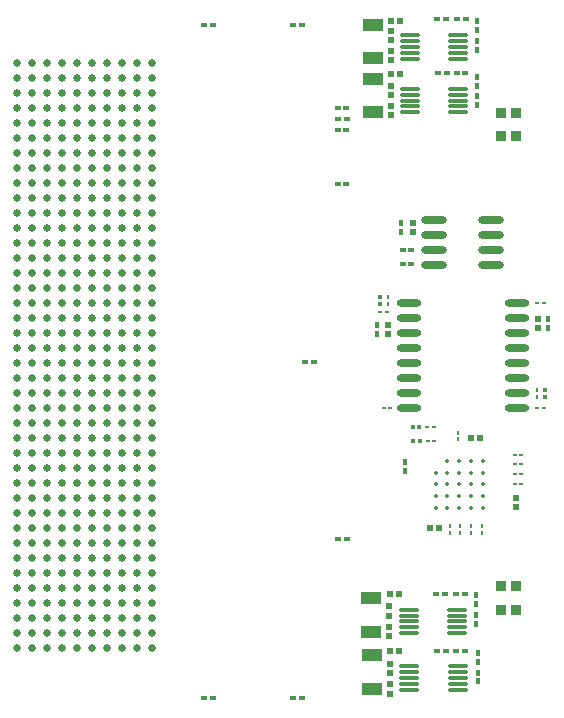
<source format=gbp>
G04*
G04 #@! TF.GenerationSoftware,Altium Limited,Altium NEXUS,4.1.1 (18)*
G04*
G04 Layer_Color=128*
%FSLAX44Y44*%
%MOMM*%
G71*
G04*
G04 #@! TF.SameCoordinates,414CCE93-DEC9-4F78-9D08-55E8399EB41D*
G04*
G04*
G04 #@! TF.FilePolarity,Positive*
G04*
G01*
G75*
%ADD14C,0.6400*%
%ADD15R,0.8500X0.9000*%
%ADD18R,0.5000X0.4500*%
%ADD22R,0.5600X0.5200*%
%ADD62R,0.5500X0.5000*%
%ADD63R,0.3200X0.3600*%
%ADD64R,0.2500X0.3500*%
%ADD65R,0.3500X0.2500*%
%ADD66R,0.3600X0.3200*%
%ADD67R,0.4500X0.5500*%
%ADD68C,0.3500*%
%ADD69R,0.4500X0.5000*%
%ADD70O,2.2000X0.6000*%
%ADD71R,0.5200X0.5600*%
%ADD72O,2.1000X0.6000*%
%ADD73R,1.7000X1.0500*%
%ADD74O,1.8000X0.3000*%
D14*
X-39050Y194350D02*
D03*
Y207050D02*
D03*
Y245150D02*
D03*
Y270550D02*
D03*
Y283250D02*
D03*
X-51750Y181650D02*
D03*
Y194350D02*
D03*
Y232450D02*
D03*
Y245150D02*
D03*
X-77150Y80050D02*
D03*
Y92750D02*
D03*
Y105450D02*
D03*
Y118150D02*
D03*
Y130850D02*
D03*
Y143550D02*
D03*
Y156250D02*
D03*
Y168950D02*
D03*
Y181650D02*
D03*
Y194350D02*
D03*
Y207050D02*
D03*
Y219750D02*
D03*
Y232450D02*
D03*
Y245150D02*
D03*
Y257850D02*
D03*
Y270550D02*
D03*
Y283250D02*
D03*
Y295950D02*
D03*
Y308650D02*
D03*
Y321350D02*
D03*
Y334050D02*
D03*
Y346750D02*
D03*
Y359450D02*
D03*
Y372150D02*
D03*
Y384850D02*
D03*
Y397550D02*
D03*
Y410250D02*
D03*
Y422950D02*
D03*
Y435650D02*
D03*
Y448350D02*
D03*
Y461050D02*
D03*
Y473750D02*
D03*
Y486450D02*
D03*
Y499150D02*
D03*
Y511850D02*
D03*
Y524550D02*
D03*
Y537250D02*
D03*
Y549950D02*
D03*
Y562650D02*
D03*
Y67350D02*
D03*
X-64450D02*
D03*
Y80050D02*
D03*
Y92750D02*
D03*
Y105450D02*
D03*
Y118150D02*
D03*
Y130850D02*
D03*
Y143550D02*
D03*
Y156250D02*
D03*
Y168950D02*
D03*
Y181650D02*
D03*
Y194350D02*
D03*
Y207050D02*
D03*
Y219750D02*
D03*
Y232450D02*
D03*
Y245150D02*
D03*
Y257850D02*
D03*
Y270550D02*
D03*
Y283250D02*
D03*
Y295950D02*
D03*
Y308650D02*
D03*
Y321350D02*
D03*
Y334050D02*
D03*
Y346750D02*
D03*
Y359450D02*
D03*
Y372150D02*
D03*
Y384850D02*
D03*
Y397550D02*
D03*
Y410250D02*
D03*
Y422950D02*
D03*
Y435650D02*
D03*
Y448350D02*
D03*
Y461050D02*
D03*
Y473750D02*
D03*
Y486450D02*
D03*
Y499150D02*
D03*
Y511850D02*
D03*
Y524550D02*
D03*
Y537250D02*
D03*
Y549950D02*
D03*
Y562650D02*
D03*
X-51750Y67350D02*
D03*
Y80050D02*
D03*
Y92750D02*
D03*
Y105450D02*
D03*
Y118150D02*
D03*
Y130850D02*
D03*
Y143550D02*
D03*
Y156250D02*
D03*
Y168950D02*
D03*
Y207050D02*
D03*
Y219750D02*
D03*
Y257850D02*
D03*
Y270550D02*
D03*
Y283250D02*
D03*
Y295950D02*
D03*
Y308650D02*
D03*
Y321350D02*
D03*
Y334050D02*
D03*
Y346750D02*
D03*
Y359450D02*
D03*
Y372150D02*
D03*
Y384850D02*
D03*
Y397550D02*
D03*
Y410250D02*
D03*
Y422950D02*
D03*
Y435650D02*
D03*
Y448350D02*
D03*
Y461050D02*
D03*
Y473750D02*
D03*
Y486450D02*
D03*
Y499150D02*
D03*
Y511850D02*
D03*
Y524550D02*
D03*
Y537250D02*
D03*
Y549950D02*
D03*
Y562650D02*
D03*
X-39050Y80050D02*
D03*
Y92750D02*
D03*
Y105450D02*
D03*
Y118150D02*
D03*
Y130850D02*
D03*
Y143550D02*
D03*
Y156250D02*
D03*
Y168950D02*
D03*
Y181650D02*
D03*
Y219750D02*
D03*
Y232450D02*
D03*
Y257850D02*
D03*
Y295950D02*
D03*
Y308650D02*
D03*
Y321350D02*
D03*
Y334050D02*
D03*
Y346750D02*
D03*
Y359450D02*
D03*
Y372150D02*
D03*
Y384850D02*
D03*
Y397550D02*
D03*
Y410250D02*
D03*
Y422950D02*
D03*
Y435650D02*
D03*
Y448350D02*
D03*
Y461050D02*
D03*
Y473750D02*
D03*
Y486450D02*
D03*
Y499150D02*
D03*
Y511850D02*
D03*
Y524550D02*
D03*
Y537250D02*
D03*
Y549950D02*
D03*
Y562650D02*
D03*
X-26350Y67350D02*
D03*
Y80050D02*
D03*
Y92750D02*
D03*
Y105450D02*
D03*
Y118150D02*
D03*
Y130850D02*
D03*
Y143550D02*
D03*
Y156250D02*
D03*
Y168950D02*
D03*
Y181650D02*
D03*
Y194350D02*
D03*
Y207050D02*
D03*
Y219750D02*
D03*
Y232450D02*
D03*
Y245150D02*
D03*
Y257850D02*
D03*
Y270550D02*
D03*
Y283250D02*
D03*
Y295950D02*
D03*
Y308650D02*
D03*
Y321350D02*
D03*
Y334050D02*
D03*
Y346750D02*
D03*
Y359450D02*
D03*
Y372150D02*
D03*
Y384850D02*
D03*
Y397550D02*
D03*
Y410250D02*
D03*
Y422950D02*
D03*
Y435650D02*
D03*
Y448350D02*
D03*
Y461050D02*
D03*
Y473750D02*
D03*
Y486450D02*
D03*
Y499150D02*
D03*
Y511850D02*
D03*
Y524550D02*
D03*
Y537250D02*
D03*
Y549950D02*
D03*
Y562650D02*
D03*
X-13650Y67350D02*
D03*
Y80050D02*
D03*
Y92750D02*
D03*
Y105450D02*
D03*
Y118150D02*
D03*
Y130850D02*
D03*
Y143550D02*
D03*
Y156250D02*
D03*
Y168950D02*
D03*
Y181650D02*
D03*
Y194350D02*
D03*
Y207050D02*
D03*
Y219750D02*
D03*
Y232450D02*
D03*
Y245150D02*
D03*
Y257850D02*
D03*
Y270550D02*
D03*
Y283250D02*
D03*
Y295950D02*
D03*
Y308650D02*
D03*
Y321350D02*
D03*
Y334050D02*
D03*
Y346750D02*
D03*
Y359450D02*
D03*
Y372150D02*
D03*
Y384850D02*
D03*
Y397550D02*
D03*
Y410250D02*
D03*
Y422950D02*
D03*
Y435650D02*
D03*
Y448350D02*
D03*
Y461050D02*
D03*
Y473750D02*
D03*
Y486450D02*
D03*
Y499150D02*
D03*
Y511850D02*
D03*
Y524550D02*
D03*
Y537250D02*
D03*
Y549950D02*
D03*
Y562650D02*
D03*
X-39050Y67350D02*
D03*
X-950D02*
D03*
Y80050D02*
D03*
Y92750D02*
D03*
Y105450D02*
D03*
Y118150D02*
D03*
Y130850D02*
D03*
Y143550D02*
D03*
Y156250D02*
D03*
Y168950D02*
D03*
Y181650D02*
D03*
Y194350D02*
D03*
Y207050D02*
D03*
Y219750D02*
D03*
Y232450D02*
D03*
Y245150D02*
D03*
Y257850D02*
D03*
Y270550D02*
D03*
Y283250D02*
D03*
Y295950D02*
D03*
Y308650D02*
D03*
Y321350D02*
D03*
Y334050D02*
D03*
Y346750D02*
D03*
Y359450D02*
D03*
Y372150D02*
D03*
Y384850D02*
D03*
Y397550D02*
D03*
Y410250D02*
D03*
Y422950D02*
D03*
Y435650D02*
D03*
Y448350D02*
D03*
Y461050D02*
D03*
Y473750D02*
D03*
Y486450D02*
D03*
Y499150D02*
D03*
Y511850D02*
D03*
Y524550D02*
D03*
Y537250D02*
D03*
Y549950D02*
D03*
Y562650D02*
D03*
X11750Y67350D02*
D03*
Y80050D02*
D03*
Y92750D02*
D03*
Y105450D02*
D03*
Y118150D02*
D03*
Y130850D02*
D03*
Y143550D02*
D03*
Y156250D02*
D03*
Y168950D02*
D03*
Y181650D02*
D03*
Y194350D02*
D03*
Y207050D02*
D03*
Y219750D02*
D03*
Y232450D02*
D03*
Y245150D02*
D03*
Y257850D02*
D03*
Y270550D02*
D03*
Y283250D02*
D03*
Y295950D02*
D03*
Y308650D02*
D03*
Y321350D02*
D03*
Y334050D02*
D03*
Y346750D02*
D03*
Y359450D02*
D03*
Y372150D02*
D03*
Y384850D02*
D03*
Y397550D02*
D03*
Y410250D02*
D03*
Y422950D02*
D03*
Y435650D02*
D03*
Y448350D02*
D03*
Y461050D02*
D03*
Y473750D02*
D03*
Y486450D02*
D03*
Y499150D02*
D03*
Y511850D02*
D03*
Y524550D02*
D03*
Y537250D02*
D03*
Y549950D02*
D03*
Y562650D02*
D03*
X24450Y67350D02*
D03*
Y80050D02*
D03*
Y92750D02*
D03*
Y105450D02*
D03*
Y118150D02*
D03*
Y130850D02*
D03*
Y143550D02*
D03*
Y156250D02*
D03*
Y168950D02*
D03*
Y181650D02*
D03*
Y194350D02*
D03*
Y207050D02*
D03*
Y219750D02*
D03*
Y232450D02*
D03*
Y245150D02*
D03*
Y257850D02*
D03*
Y270550D02*
D03*
Y283250D02*
D03*
Y295950D02*
D03*
Y308650D02*
D03*
Y321350D02*
D03*
Y334050D02*
D03*
Y346750D02*
D03*
Y359450D02*
D03*
Y372150D02*
D03*
Y384850D02*
D03*
Y397550D02*
D03*
Y410250D02*
D03*
Y422950D02*
D03*
Y435650D02*
D03*
Y448350D02*
D03*
Y461050D02*
D03*
Y473750D02*
D03*
Y486450D02*
D03*
Y499150D02*
D03*
Y511850D02*
D03*
Y524550D02*
D03*
Y537250D02*
D03*
Y549950D02*
D03*
Y562650D02*
D03*
X37150Y67350D02*
D03*
Y80050D02*
D03*
Y92750D02*
D03*
Y105450D02*
D03*
Y118150D02*
D03*
Y130850D02*
D03*
Y143550D02*
D03*
Y156250D02*
D03*
Y168950D02*
D03*
Y181650D02*
D03*
Y194350D02*
D03*
Y207050D02*
D03*
Y219750D02*
D03*
Y232450D02*
D03*
Y245150D02*
D03*
Y257850D02*
D03*
Y270550D02*
D03*
Y283250D02*
D03*
Y295950D02*
D03*
Y308650D02*
D03*
Y321350D02*
D03*
Y334050D02*
D03*
Y346750D02*
D03*
Y359450D02*
D03*
Y372150D02*
D03*
Y384850D02*
D03*
Y397550D02*
D03*
Y410250D02*
D03*
Y422950D02*
D03*
Y435650D02*
D03*
Y448350D02*
D03*
Y461050D02*
D03*
Y473750D02*
D03*
Y486450D02*
D03*
Y499150D02*
D03*
Y511850D02*
D03*
Y524550D02*
D03*
Y537250D02*
D03*
Y549950D02*
D03*
Y562650D02*
D03*
D15*
X332500Y501000D02*
D03*
X345500D02*
D03*
X332500Y120000D02*
D03*
X345500D02*
D03*
X332500Y520686D02*
D03*
X345500D02*
D03*
X332500Y100000D02*
D03*
X345500D02*
D03*
D18*
X156250Y595000D02*
D03*
X163750D02*
D03*
X194099Y506135D02*
D03*
X201599D02*
D03*
X201544Y524942D02*
D03*
X194044D02*
D03*
X256658Y404254D02*
D03*
X249158D02*
D03*
X256571Y392617D02*
D03*
X249071D02*
D03*
X201874Y515154D02*
D03*
X194374D02*
D03*
X201590Y460000D02*
D03*
X194090D02*
D03*
X202052Y160000D02*
D03*
X194552D02*
D03*
X81250Y595000D02*
D03*
X88750D02*
D03*
X81250Y25000D02*
D03*
X88750D02*
D03*
X156250D02*
D03*
X163750D02*
D03*
X301938Y112940D02*
D03*
X294438D02*
D03*
X277575Y112871D02*
D03*
X285075D02*
D03*
X301916Y64722D02*
D03*
X294416D02*
D03*
X277968Y64764D02*
D03*
X285468D02*
D03*
X302339Y554198D02*
D03*
X294839D02*
D03*
X278814Y554133D02*
D03*
X286314D02*
D03*
X302586Y599765D02*
D03*
X295086D02*
D03*
X278402Y599818D02*
D03*
X285902D02*
D03*
X166250Y310000D02*
D03*
X173750D02*
D03*
D22*
X280160Y168806D02*
D03*
X272360D02*
D03*
X307100Y245000D02*
D03*
X314900D02*
D03*
D62*
X238387Y113260D02*
D03*
X245887D02*
D03*
X238521Y65244D02*
D03*
X246021D02*
D03*
X239480Y553424D02*
D03*
X246980D02*
D03*
X239351Y598638D02*
D03*
X246851D02*
D03*
D63*
X370113Y285814D02*
D03*
Y280214D02*
D03*
X229974Y359013D02*
D03*
Y364613D02*
D03*
D64*
X363000Y280250D02*
D03*
Y285750D02*
D03*
X237147Y364493D02*
D03*
Y358993D02*
D03*
X307000Y170750D02*
D03*
Y165250D02*
D03*
X298000Y170750D02*
D03*
Y165250D02*
D03*
X289000Y170750D02*
D03*
Y165250D02*
D03*
X316000Y170750D02*
D03*
Y165250D02*
D03*
X296069Y244144D02*
D03*
Y249644D02*
D03*
D65*
X368750Y360000D02*
D03*
X363250D02*
D03*
X233000Y271000D02*
D03*
X238500D02*
D03*
X368752Y270523D02*
D03*
X363252D02*
D03*
X230364Y351620D02*
D03*
X235863D02*
D03*
X344250Y231000D02*
D03*
X349750D02*
D03*
X344205Y214613D02*
D03*
X349705D02*
D03*
X344250Y206000D02*
D03*
X349750D02*
D03*
X344250Y223000D02*
D03*
X349750D02*
D03*
X270250Y243000D02*
D03*
X275750D02*
D03*
X270141Y254326D02*
D03*
X275641D02*
D03*
D66*
X258200Y243000D02*
D03*
X263800D02*
D03*
X257782Y254430D02*
D03*
X263382D02*
D03*
D67*
X251000Y224750D02*
D03*
Y217250D02*
D03*
D68*
X317000Y186000D02*
D03*
Y196000D02*
D03*
Y206000D02*
D03*
Y216000D02*
D03*
Y226000D02*
D03*
X307000Y186000D02*
D03*
Y196000D02*
D03*
Y206000D02*
D03*
Y216000D02*
D03*
Y226000D02*
D03*
X297000Y186000D02*
D03*
Y196000D02*
D03*
Y206000D02*
D03*
Y216000D02*
D03*
Y226000D02*
D03*
X287000Y186000D02*
D03*
Y196000D02*
D03*
Y206000D02*
D03*
Y216000D02*
D03*
Y226000D02*
D03*
X277000Y186000D02*
D03*
Y196000D02*
D03*
Y206000D02*
D03*
Y216000D02*
D03*
D69*
X227796Y341235D02*
D03*
Y333735D02*
D03*
X247572Y419979D02*
D03*
Y427479D02*
D03*
X372347Y338540D02*
D03*
Y346040D02*
D03*
X311658Y112146D02*
D03*
Y104646D02*
D03*
Y87617D02*
D03*
Y95117D02*
D03*
X312617Y63581D02*
D03*
Y56081D02*
D03*
Y39284D02*
D03*
Y46784D02*
D03*
X312143Y598084D02*
D03*
Y590584D02*
D03*
Y573866D02*
D03*
Y581366D02*
D03*
X312151Y551251D02*
D03*
Y543751D02*
D03*
X312058Y527125D02*
D03*
Y534625D02*
D03*
D70*
X324000Y430050D02*
D03*
Y417350D02*
D03*
Y404650D02*
D03*
Y391950D02*
D03*
X276000Y430050D02*
D03*
Y417350D02*
D03*
Y404650D02*
D03*
Y391950D02*
D03*
D71*
X257577Y427467D02*
D03*
Y419667D02*
D03*
X236650Y333450D02*
D03*
Y341250D02*
D03*
X363581Y345950D02*
D03*
Y338150D02*
D03*
X238032Y102693D02*
D03*
Y94893D02*
D03*
X238470Y54361D02*
D03*
Y46561D02*
D03*
X238032Y77340D02*
D03*
Y85140D02*
D03*
X238630Y28990D02*
D03*
Y36790D02*
D03*
X239075Y543646D02*
D03*
Y535845D02*
D03*
X239217Y518786D02*
D03*
Y526586D02*
D03*
X239545Y589963D02*
D03*
Y582163D02*
D03*
X239599Y565110D02*
D03*
Y572910D02*
D03*
X345024Y194728D02*
D03*
Y186928D02*
D03*
D72*
X345750Y359450D02*
D03*
Y346750D02*
D03*
Y334050D02*
D03*
Y321350D02*
D03*
Y308650D02*
D03*
Y295950D02*
D03*
Y283250D02*
D03*
Y270550D02*
D03*
X254250Y359450D02*
D03*
Y346750D02*
D03*
Y334050D02*
D03*
Y321350D02*
D03*
Y308650D02*
D03*
Y295950D02*
D03*
Y283250D02*
D03*
Y270550D02*
D03*
D73*
X222781Y81068D02*
D03*
Y109568D02*
D03*
X223152Y33037D02*
D03*
Y61537D02*
D03*
X223742Y520969D02*
D03*
Y549469D02*
D03*
X223730Y566860D02*
D03*
Y595360D02*
D03*
D74*
X295318Y100003D02*
D03*
Y90003D02*
D03*
Y85003D02*
D03*
Y80003D02*
D03*
X254318Y90003D02*
D03*
Y85003D02*
D03*
Y80003D02*
D03*
Y100003D02*
D03*
Y95003D02*
D03*
X295318D02*
D03*
X296000Y531000D02*
D03*
Y526000D02*
D03*
Y521000D02*
D03*
X255000Y531000D02*
D03*
Y526000D02*
D03*
Y521000D02*
D03*
Y541000D02*
D03*
X296000D02*
D03*
X255000Y536000D02*
D03*
X296000D02*
D03*
X296062Y586425D02*
D03*
Y581425D02*
D03*
Y576425D02*
D03*
Y571425D02*
D03*
Y566425D02*
D03*
X255062Y576425D02*
D03*
Y571425D02*
D03*
Y566425D02*
D03*
Y586425D02*
D03*
Y581425D02*
D03*
X295915Y51967D02*
D03*
Y46967D02*
D03*
Y41967D02*
D03*
Y36967D02*
D03*
Y31967D02*
D03*
X254915Y41967D02*
D03*
Y36967D02*
D03*
Y31967D02*
D03*
Y51967D02*
D03*
Y46967D02*
D03*
M02*

</source>
